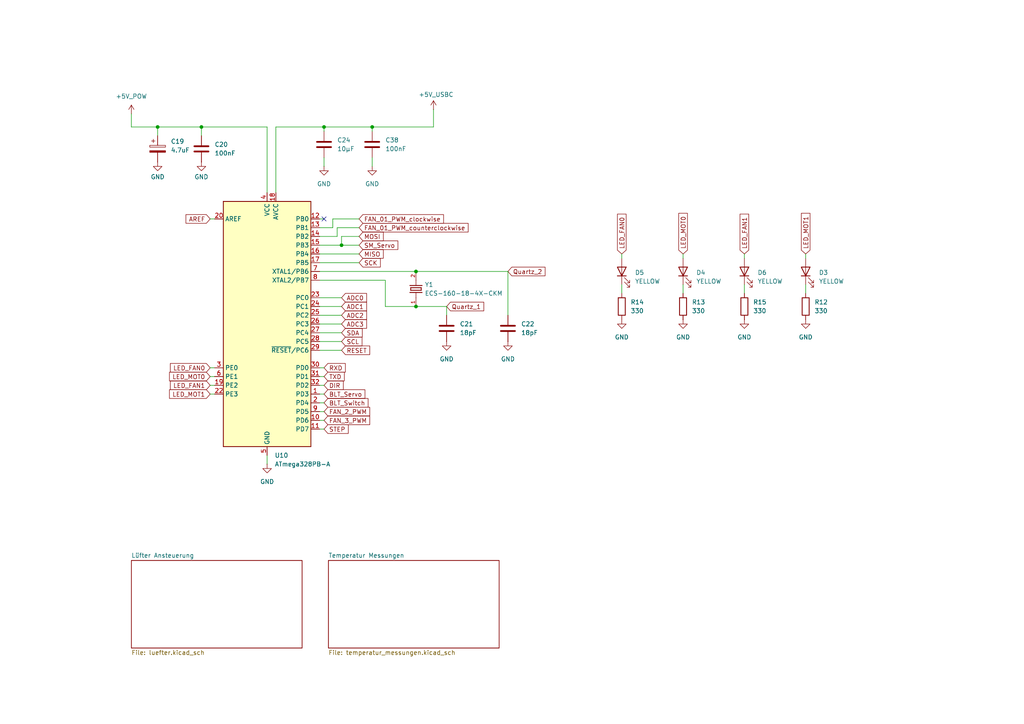
<source format=kicad_sch>
(kicad_sch (version 20231120) (generator "eeschema") (generator_version "8.0")
  (paper "A4")
  (lib_symbols
    (symbol "Device:C" (pin_numbers hide) (pin_names (offset 0.254))
      (property "Reference" "C" (at 0.635 2.54 0))
      (property "Value" "C" (at 0.635 -2.54 0))
      (symbol "C_0_1"
        (polyline (pts (xy -2.032 -0.762) (xy 2.032 -0.762)) (stroke (width 0.508)))
        (polyline (pts (xy -2.032 0.762) (xy 2.032 0.762)) (stroke (width 0.508)))
      )
      (symbol "C_1_1"
        (pin passive line (at 0 3.81 270) (length 2.794) (name "~") (number "1"))
        (pin passive line (at 0 -3.81 90) (length 2.794) (name "~") (number "2"))
      )
    )
    (symbol "Device:C_Polarized" (pin_numbers hide) (pin_names (offset 0.254))
      (property "Reference" "C" (at 0.635 2.54 0))
      (property "Value" "C_Polarized" (at 0.635 -2.54 0))
      (symbol "C_Polarized_0_1"
        (rectangle (start -2.286 0.508) (end 2.286 1.016))
        (polyline (pts (xy -1.778 2.286) (xy -0.762 2.286)))
        (polyline (pts (xy -1.27 2.794) (xy -1.27 1.778)))
        (rectangle (start 2.286 -0.508) (end -2.286 -1.016) (fill (type outline)))
      )
      (symbol "C_Polarized_1_1"
        (pin passive line (at 0 3.81 270) (length 2.794) (name "~") (number "1"))
        (pin passive line (at 0 -3.81 90) (length 2.794) (name "~") (number "2"))
      )
    )
    (symbol "Device:LED" (pin_numbers hide) (pin_names (offset 1.016) hide)
      (property "Reference" "D" (at 0 2.54 0))
      (property "Value" "LED" (at 0 -2.54 0))
      (symbol "LED_0_1"
        (polyline (pts (xy -1.27 -1.27) (xy -1.27 1.27)) (stroke (width 0.254)))
        (polyline (pts (xy -1.27 0) (xy 1.27 0)))
        (polyline (pts (xy 1.27 -1.27) (xy 1.27 1.27) (xy -1.27 0) (xy 1.27 -1.27)) (stroke (width 0.254)))
        (polyline (pts (xy -3.048 -0.762) (xy -4.572 -2.286) (xy -3.81 -2.286) (xy -4.572 -2.286) (xy -4.572 -1.524)))
        (polyline (pts (xy -1.778 -0.762) (xy -3.302 -2.286) (xy -2.54 -2.286) (xy -3.302 -2.286) (xy -3.302 -1.524)))
      )
      (symbol "LED_1_1"
        (pin passive line (at -3.81 0 0) (length 2.54) (name "K") (number "1"))
        (pin passive line (at 3.81 0 180) (length 2.54) (name "A") (number "2"))
      )
    )
    (symbol "Device:R" (pin_numbers hide) (pin_names (offset 0))
      (property "Reference" "R" (at 2.032 0 90))
      (property "Value" "R" (at 0 0 90))
      (symbol "R_0_1"
        (rectangle (start -1.016 -2.54) (end 1.016 2.54) (stroke (width 0.254)))
      )
      (symbol "R_1_1"
        (pin passive line (at 0 3.81 270) (length 1.27) (name "~") (number "1"))
        (pin passive line (at 0 -3.81 90) (length 1.27) (name "~") (number "2"))
      )
    )
    (symbol "MCU_Microchip_ATmega:ATmega328PB-A"
      (property "Reference" "U" (at -12.7 36.83 0))
      (property "Value" "ATmega328PB-A" (at 2.54 -36.83 0))
      (symbol "ATmega328PB-A_0_1"
        (rectangle (start -12.7 -35.56) (end 12.7 35.56) (stroke (width 0.254)) (fill (type background)))
      )
      (symbol "ATmega328PB-A_1_1"
        (pin bidirectional line (at 15.24 -20.32 180) (length 2.54) (name "PD3") (number "1"))
        (pin bidirectional line (at 15.24 -27.94 180) (length 2.54) (name "PD6") (number "10"))
        (pin bidirectional line (at 15.24 -30.48 180) (length 2.54) (name "PD7") (number "11"))
        (pin bidirectional line (at 15.24 30.48 180) (length 2.54) (name "PB0") (number "12"))
        (pin bidirectional line (at 15.24 27.94 180) (length 2.54) (name "PB1") (number "13"))
        (pin bidirectional line (at 15.24 25.4 180) (length 2.54) (name "PB2") (number "14"))
        (pin bidirectional line (at 15.24 22.86 180) (length 2.54) (name "PB3") (number "15"))
        (pin bidirectional line (at 15.24 20.32 180) (length 2.54) (name "PB4") (number "16"))
        (pin bidirectional line (at 15.24 17.78 180) (length 2.54) (name "PB5") (number "17"))
        (pin power_in line (at 2.54 38.1 270) (length 2.54) (name "AVCC") (number "18"))
        (pin bidirectional line (at -15.24 -17.78 0) (length 2.54) (name "PE2") (number "19"))
        (pin bidirectional line (at 15.24 -22.86 180) (length 2.54) (name "PD4") (number "2"))
        (pin passive line (at -15.24 30.48 0) (length 2.54) (name "AREF") (number "20"))
        (pin passive line (at 0 -38.1 90) (length 2.54) hide (name "GND") (number "21"))
        (pin bidirectional line (at -15.24 -20.32 0) (length 2.54) (name "PE3") (number "22"))
        (pin bidirectional line (at 15.24 7.62 180) (length 2.54) (name "PC0") (number "23"))
        (pin bidirectional line (at 15.24 5.08 180) (length 2.54) (name "PC1") (number "24"))
        (pin bidirectional line (at 15.24 2.54 180) (length 2.54) (name "PC2") (number "25"))
        (pin bidirectional line (at 15.24 0 180) (length 2.54) (name "PC3") (number "26"))
        (pin bidirectional line (at 15.24 -2.54 180) (length 2.54) (name "PC4") (number "27"))
        (pin bidirectional line (at 15.24 -5.08 180) (length 2.54) (name "PC5") (number "28"))
        (pin bidirectional line (at 15.24 -7.62 180) (length 2.54) (name "~{RESET}/PC6") (number "29"))
        (pin bidirectional line (at -15.24 -12.7 0) (length 2.54) (name "PE0") (number "3"))
        (pin bidirectional line (at 15.24 -12.7 180) (length 2.54) (name "PD0") (number "30"))
        (pin bidirectional line (at 15.24 -15.24 180) (length 2.54) (name "PD1") (number "31"))
        (pin bidirectional line (at 15.24 -17.78 180) (length 2.54) (name "PD2") (number "32"))
        (pin power_in line (at 0 38.1 270) (length 2.54) (name "VCC") (number "4"))
        (pin power_in line (at 0 -38.1 90) (length 2.54) (name "GND") (number "5"))
        (pin bidirectional line (at -15.24 -15.24 0) (length 2.54) (name "PE1") (number "6"))
        (pin bidirectional line (at 15.24 15.24 180) (length 2.54) (name "XTAL1/PB6") (number "7"))
        (pin bidirectional line (at 15.24 12.7 180) (length 2.54) (name "XTAL2/PB7") (number "8"))
        (pin bidirectional line (at 15.24 -25.4 180) (length 2.54) (name "PD5") (number "9"))
      )
    )
    (symbol "New_Library:ECS-160-18-4X-CKM" (pin_names (offset 1.016))
      (property "Reference" "Y" (at -4.5769 2.2885 0))
      (property "Value" "ECS-160-18-4X-CKM" (at -9.906 -4.826 0))
      (symbol "ECS-160-18-4X-CKM_0_0"
        (polyline (pts (xy -2.54 0) (xy -1.016 0)) (stroke (width 0.1524)))
        (polyline (pts (xy -1.016 1.778) (xy -1.016 -1.778)) (stroke (width 0.254)))
        (polyline (pts (xy -0.381 -1.524) (xy 0.381 -1.524)) (stroke (width 0.254)))
        (polyline (pts (xy -0.381 1.524) (xy -0.381 -1.524)) (stroke (width 0.254)))
        (polyline (pts (xy 0.381 -1.524) (xy 0.381 1.524)) (stroke (width 0.254)))
        (polyline (pts (xy 0.381 1.524) (xy -0.381 1.524)) (stroke (width 0.254)))
        (polyline (pts (xy 1.016 0) (xy 2.54 0)) (stroke (width 0.1524)))
        (polyline (pts (xy 1.016 1.778) (xy 1.016 -1.778)) (stroke (width 0.254)))
        (pin passive line (at -5.08 0 0) (length 2.54) (name "~") (number "1"))
        (pin passive line (at 5.08 0 180) (length 2.54) (name "~") (number "2"))
      )
    )
    (symbol "power:+5C" (power) (pin_numbers hide) (pin_names (offset 0) hide)
      (property "Value" "+5C" (at 0 3.556 0))
      (symbol "+5C_0_1"
        (polyline (pts (xy -0.762 1.27) (xy 0 2.54)))
        (polyline (pts (xy 0 0) (xy 0 2.54)))
        (polyline (pts (xy 0 2.54) (xy 0.762 1.27)))
      )
      (symbol "+5C_1_1"
        (pin power_in line (at 0 0 90) (length 0) (name "~") (number "1"))
      )
    )
    (symbol "power:+5VP" (power) (pin_numbers hide) (pin_names (offset 0) hide)
      (property "Value" "+5VP" (at 0 3.556 0))
      (symbol "+5VP_0_1"
        (polyline (pts (xy -0.762 1.27) (xy 0 2.54)))
        (polyline (pts (xy 0 0) (xy 0 2.54)))
        (polyline (pts (xy 0 2.54) (xy 0.762 1.27)))
      )
      (symbol "+5VP_1_1"
        (pin power_in line (at 0 0 90) (length 0) (name "~") (number "1"))
      )
    )
    (symbol "power:GND" (power) (pin_numbers hide) (pin_names (offset 0) hide)
      (property "Value" "GND" (at 0 -3.81 0))
      (symbol "GND_0_1"
        (polyline (pts (xy 0 0) (xy 0 -1.27) (xy 1.27 -1.27) (xy 0 -2.54) (xy -1.27 -1.27) (xy 0 -1.27)))
      )
      (symbol "GND_1_1"
        (pin power_in line (at 0 0 270) (length 0) (name "~") (number "1"))
      )
    )
  )
  (junction (at 58.42 36.83))
  (junction (at 120.65 78.74))
  (junction (at 99.06 71.12))
  (junction (at 93.98 36.83))
  (junction (at 120.65 88.9))
  (junction (at 107.95 36.83))
  (junction (at 45.72 36.83))
  (no_connect (at 93.98 63.5))
  (wire (pts (xy 93.98 119.38) (xy 92.71 119.38)))
  (wire (pts (xy 215.9 82.55) (xy 215.9 85.09)))
  (wire (pts (xy 96.52 66.04) (xy 92.71 66.04)))
  (wire (pts (xy 92.71 73.66) (xy 104.14 73.66)))
  (wire (pts (xy 92.71 88.9) (xy 99.06 88.9)))
  (wire (pts (xy 58.42 36.83) (xy 77.47 36.83)))
  (wire (pts (xy 60.96 114.3) (xy 62.23 114.3)))
  (wire (pts (xy 93.98 114.3) (xy 92.71 114.3)))
  (wire (pts (xy 38.1 33.02) (xy 38.1 36.83)))
  (wire (pts (xy 93.98 121.92) (xy 92.71 121.92)))
  (wire (pts (xy 198.12 74.93) (xy 198.12 73.66)))
  (wire (pts (xy 93.98 116.84) (xy 92.71 116.84)))
  (wire (pts (xy 104.14 66.04) (xy 97.79 66.04)))
  (wire (pts (xy 92.71 96.52) (xy 99.06 96.52)))
  (wire (pts (xy 233.68 74.93) (xy 233.68 73.66)))
  (wire (pts (xy 125.73 36.83) (xy 125.73 31.75)))
  (wire (pts (xy 93.98 106.68) (xy 92.71 106.68)))
  (wire (pts (xy 60.96 63.5) (xy 62.23 63.5)))
  (wire (pts (xy 104.14 63.5) (xy 96.52 63.5)))
  (wire (pts (xy 93.98 36.83) (xy 80.01 36.83)))
  (wire (pts (xy 233.68 82.55) (xy 233.68 85.09)))
  (wire (pts (xy 92.71 81.28) (xy 111.76 81.28)))
  (wire (pts (xy 92.71 78.74) (xy 120.65 78.74)))
  (wire (pts (xy 129.54 91.44) (xy 129.54 88.9)))
  (wire (pts (xy 93.98 109.22) (xy 92.71 109.22)))
  (wire (pts (xy 125.73 36.83) (xy 107.95 36.83)))
  (wire (pts (xy 96.52 63.5) (xy 96.52 66.04)))
  (wire (pts (xy 147.32 91.44) (xy 147.32 78.74)))
  (wire (pts (xy 45.72 36.83) (xy 45.72 39.37)))
  (wire (pts (xy 147.32 78.74) (xy 120.65 78.74)))
  (wire (pts (xy 93.98 63.5) (xy 92.71 63.5)))
  (wire (pts (xy 60.96 106.68) (xy 62.23 106.68)))
  (wire (pts (xy 97.79 68.58) (xy 92.71 68.58)))
  (wire (pts (xy 129.54 88.9) (xy 120.65 88.9)))
  (wire (pts (xy 77.47 132.08) (xy 77.47 134.62)))
  (wire (pts (xy 93.98 38.1) (xy 93.98 36.83)))
  (wire (pts (xy 111.76 81.28) (xy 111.76 88.9)))
  (wire (pts (xy 180.34 82.55) (xy 180.34 85.09)))
  (wire (pts (xy 80.01 36.83) (xy 80.01 55.88)))
  (wire (pts (xy 198.12 82.55) (xy 198.12 85.09)))
  (wire (pts (xy 58.42 36.83) (xy 58.42 39.37)))
  (wire (pts (xy 60.96 111.76) (xy 62.23 111.76)))
  (wire (pts (xy 111.76 88.9) (xy 120.65 88.9)))
  (wire (pts (xy 107.95 45.72) (xy 107.95 48.26)))
  (wire (pts (xy 92.71 93.98) (xy 99.06 93.98)))
  (wire (pts (xy 92.71 86.36) (xy 99.06 86.36)))
  (wire (pts (xy 92.71 91.44) (xy 99.06 91.44)))
  (wire (pts (xy 99.06 68.58) (xy 99.06 71.12)))
  (wire (pts (xy 45.72 36.83) (xy 58.42 36.83)))
  (wire (pts (xy 215.9 74.93) (xy 215.9 73.66)))
  (wire (pts (xy 93.98 111.76) (xy 92.71 111.76)))
  (wire (pts (xy 180.34 74.93) (xy 180.34 73.66)))
  (wire (pts (xy 60.96 109.22) (xy 62.23 109.22)))
  (wire (pts (xy 92.71 76.2) (xy 104.14 76.2)))
  (wire (pts (xy 77.47 36.83) (xy 77.47 55.88)))
  (wire (pts (xy 104.14 68.58) (xy 99.06 68.58)))
  (wire (pts (xy 92.71 101.6) (xy 99.06 101.6)))
  (wire (pts (xy 99.06 71.12) (xy 104.14 71.12)))
  (wire (pts (xy 97.79 66.04) (xy 97.79 68.58)))
  (wire (pts (xy 107.95 38.1) (xy 107.95 36.83)))
  (wire (pts (xy 93.98 124.46) (xy 92.71 124.46)))
  (wire (pts (xy 92.71 99.06) (xy 99.06 99.06)))
  (wire (pts (xy 38.1 36.83) (xy 45.72 36.83)))
  (wire (pts (xy 92.71 71.12) (xy 99.06 71.12)))
  (wire (pts (xy 107.95 36.83) (xy 93.98 36.83)))
  (wire (pts (xy 93.98 45.72) (xy 93.98 48.26)))
  (global_label "RESET" (shape input) (at 99.06 101.6 0) (property "Intersheetrefs" "${INTERSHEET_REFS}" (effects (hide yes))))
  (global_label "LED_FAN1" (shape input) (at 60.96 111.76 180) (property "Intersheetrefs" "${INTERSHEET_REFS}" (effects (hide yes))))
  (global_label "FAN_01_PWM_counterclockwise" (shape input) (at 104.14 66.04 0) (property "Intersheetrefs" "${INTERSHEET_REFS}" (effects (hide yes))))
  (global_label "LED_MOT0" (shape input) (at 60.96 109.22 180) (property "Intersheetrefs" "${INTERSHEET_REFS}" (effects (hide yes))))
  (global_label "LED_MOT1" (shape input) (at 233.68 73.66 90) (property "Intersheetrefs" "${INTERSHEET_REFS}" (effects (hide yes))))
  (global_label "ADC1" (shape input) (at 99.06 88.9 0) (property "Intersheetrefs" "${INTERSHEET_REFS}" (effects (hide yes))))
  (global_label "BLT_Switch" (shape input) (at 93.98 116.84 0) (property "Intersheetrefs" "${INTERSHEET_REFS}" (effects (hide yes))))
  (global_label "MISO" (shape input) (at 104.14 73.66 0) (property "Intersheetrefs" "${INTERSHEET_REFS}" (effects (hide yes))))
  (global_label "FAN_3_PWM" (shape input) (at 93.98 121.92 0) (property "Intersheetrefs" "${INTERSHEET_REFS}" (effects (hide yes))))
  (global_label "LED_FAN1" (shape input) (at 215.9 73.66 90) (property "Intersheetrefs" "${INTERSHEET_REFS}" (effects (hide yes))))
  (global_label "LED_FAN0" (shape input) (at 180.34 73.66 90) (property "Intersheetrefs" "${INTERSHEET_REFS}" (effects (hide yes))))
  (global_label "ADC3" (shape input) (at 99.06 93.98 0) (property "Intersheetrefs" "${INTERSHEET_REFS}" (effects (hide yes))))
  (global_label "ADC2" (shape input) (at 99.06 91.44 0) (property "Intersheetrefs" "${INTERSHEET_REFS}" (effects (hide yes))))
  (global_label "LED_FAN0" (shape input) (at 60.96 106.68 180) (property "Intersheetrefs" "${INTERSHEET_REFS}" (effects (hide yes))))
  (global_label "SDA" (shape input) (at 99.06 96.52 0) (property "Intersheetrefs" "${INTERSHEET_REFS}" (effects (hide yes))))
  (global_label "MOSI" (shape input) (at 104.14 68.58 0) (property "Intersheetrefs" "${INTERSHEET_REFS}" (effects (hide yes))))
  (global_label "FAN_01_PWM_clockwise" (shape input) (at 104.14 63.5 0) (property "Intersheetrefs" "${INTERSHEET_REFS}" (effects (hide yes))))
  (global_label "RXD" (shape input) (at 93.98 106.68 0) (property "Intersheetrefs" "${INTERSHEET_REFS}" (effects (hide yes))))
  (global_label "LED_MOT0" (shape input) (at 198.12 73.66 90) (property "Intersheetrefs" "${INTERSHEET_REFS}" (effects (hide yes))))
  (global_label "AREF" (shape input) (at 60.96 63.5 180) (property "Intersheetrefs" "${INTERSHEET_REFS}" (effects (hide yes))))
  (global_label "ADC0" (shape input) (at 99.06 86.36 0) (property "Intersheetrefs" "${INTERSHEET_REFS}" (effects (hide yes))))
  (global_label "SCL" (shape input) (at 99.06 99.06 0) (property "Intersheetrefs" "${INTERSHEET_REFS}" (effects (hide yes))))
  (global_label "TXD" (shape input) (at 93.98 109.22 0) (property "Intersheetrefs" "${INTERSHEET_REFS}" (effects (hide yes))))
  (global_label "DIR" (shape input) (at 93.98 111.76 0) (property "Intersheetrefs" "${INTERSHEET_REFS}" (effects (hide yes))))
  (global_label "LED_MOT1" (shape input) (at 60.96 114.3 180) (property "Intersheetrefs" "${INTERSHEET_REFS}" (effects (hide yes))))
  (global_label "Quartz_1" (shape input) (at 129.54 88.9 0) (property "Intersheetrefs" "${INTERSHEET_REFS}" (effects (hide yes))))
  (global_label "SM_Servo" (shape input) (at 104.14 71.12 0) (property "Intersheetrefs" "${INTERSHEET_REFS}" (effects (hide yes))))
  (global_label "SCK" (shape input) (at 104.14 76.2 0) (property "Intersheetrefs" "${INTERSHEET_REFS}" (effects (hide yes))))
  (global_label "STEP" (shape input) (at 93.98 124.46 0) (property "Intersheetrefs" "${INTERSHEET_REFS}" (effects (hide yes))))
  (global_label "BLT_Servo" (shape input) (at 93.98 114.3 0) (property "Intersheetrefs" "${INTERSHEET_REFS}" (effects (hide yes))))
  (global_label "Quartz_2" (shape input) (at 147.32 78.74 0) (property "Intersheetrefs" "${INTERSHEET_REFS}" (effects (hide yes))))
  (global_label "FAN_2_PWM" (shape input) (at 93.98 119.38 0) (property "Intersheetrefs" "${INTERSHEET_REFS}" (effects (hide yes))))
  (symbol (lib_id "Device:R") (at 180.34 88.9 0) (unit 1)
    (property "Reference" "R14" (at 182.88 87.6299 0) (effects (justify left)))
    (property "Value" "330" (at 182.88 90.1699 0) (effects (justify left)))
    (property "Footprint" "Resistor_SMD:R_0402_1005Metric" (effects (hide yes)))
    (property "Description" "Resistor" (effects (hide yes)))
  )
  (symbol (lib_id "power:+5C") (at 125.73 31.75 0) (unit 1)
    (property "Reference" "#PWR087" (effects (hide yes)))
    (property "Value" "+5V_USBC" (at 121.412 27.432 0) (effects (justify left)))
    (property "Description" "Power symbol creates a global label with name \"+5C\"" (effects (hide yes)))
  )
  (symbol (lib_id "Device:C_Polarized") (at 45.72 43.18 0) (unit 1)
    (property "Reference" "C19" (at 49.53 41.0209 0) (effects (justify left)))
    (property "Value" "4.7uF" (at 49.53 43.5609 0) (effects (justify left)))
    (property "Footprint" "Capacitor_SMD:C_0805_2012Metric_Pad1.18x1.45mm_HandSolder" (effects (hide yes)))
    (property "Description" "Polarized capacitor" (effects (hide yes)))
  )
  (symbol (lib_id "Device:R") (at 215.9 88.9 0) (unit 1)
    (property "Reference" "R15" (at 218.44 87.6299 0) (effects (justify left)))
    (property "Value" "330" (at 218.44 90.1699 0) (effects (justify left)))
    (property "Footprint" "Resistor_SMD:R_0402_1005Metric" (effects (hide yes)))
    (property "Description" "Resistor" (effects (hide yes)))
  )
  (symbol (lib_id "Device:R") (at 233.68 88.9 0) (unit 1)
    (property "Reference" "R12" (at 236.22 87.6299 0) (effects (justify left)))
    (property "Value" "330" (at 236.22 90.1699 0) (effects (justify left)))
    (property "Footprint" "Resistor_SMD:R_0402_1005Metric" (effects (hide yes)))
    (property "Description" "Resistor" (effects (hide yes)))
  )
  (symbol (lib_id "power:GND") (at 147.32 99.06 0) (unit 1)
    (property "Reference" "#PWR043" (effects (hide yes)))
    (property "Value" "GND" (at 147.32 104.14 0))
    (property "Description" "Power symbol creates a global label with name \"GND\" , ground" (effects (hide yes)))
  )
  (symbol (lib_id "power:GND") (at 129.54 99.06 0) (unit 1)
    (property "Reference" "#PWR042" (effects (hide yes)))
    (property "Value" "GND" (at 129.54 104.14 0))
    (property "Description" "Power symbol creates a global label with name \"GND\" , ground" (effects (hide yes)))
  )
  (symbol (lib_id "Device:C") (at 129.54 95.25 0) (unit 1)
    (property "Reference" "C21" (at 133.35 93.9799 0) (effects (justify left)))
    (property "Value" "18pF" (at 133.35 96.5199 0) (effects (justify left)))
    (property "Footprint" "Capacitor_SMD:C_0402_1005Metric_Pad0.74x0.62mm_HandSolder" (effects (hide yes)))
    (property "Description" "Unpolarized capacitor" (effects (hide yes)))
  )
  (symbol (lib_id "Device:C") (at 93.98 41.91 0) (unit 1)
    (property "Reference" "C24" (at 97.79 40.6399 0) (effects (justify left)))
    (property "Value" "10µF" (at 97.79 43.1799 0) (effects (justify left)))
    (property "Footprint" "Capacitor_SMD:C_0805_2012Metric_Pad1.18x1.45mm_HandSolder" (effects (hide yes)))
    (property "Description" "Unpolarized capacitor" (effects (hide yes)))
  )
  (symbol (lib_id "power:GND") (at 77.47 134.62 0) (unit 1)
    (property "Reference" "#PWR044" (effects (hide yes)))
    (property "Value" "GND" (at 77.47 139.7 0))
    (property "Description" "Power symbol creates a global label with name \"GND\" , ground" (effects (hide yes)))
  )
  (symbol (lib_id "power:GND") (at 93.98 48.26 0) (unit 1)
    (property "Reference" "#PWR0105" (effects (hide yes)))
    (property "Value" "GND" (at 93.98 53.34 0))
    (property "Description" "Power symbol creates a global label with name \"GND\" , ground" (effects (hide yes)))
  )
  (symbol (lib_id "Device:C") (at 107.95 41.91 0) (unit 1)
    (property "Reference" "C38" (at 111.76 40.6399 0) (effects (justify left)))
    (property "Value" "100nF" (at 111.76 43.1799 0) (effects (justify left)))
    (property "Footprint" "Capacitor_SMD:C_0402_1005Metric_Pad0.74x0.62mm_HandSolder" (effects (hide yes)))
    (property "Description" "Unpolarized capacitor" (effects (hide yes)))
  )
  (symbol (lib_id "Device:LED") (at 233.68 78.74 90) (unit 1)
    (property "Reference" "D3" (at 237.49 79.0574 90) (effects (justify right)))
    (property "Value" "YELLOW" (at 237.49 81.5974 90) (effects (justify right)))
    (property "Footprint" "LED_SMD:LED_0805_2012Metric" (effects (hide yes)))
    (property "Description" "Light emitting diode" (effects (hide yes)))
  )
  (symbol (lib_id "Device:R") (at 198.12 88.9 0) (unit 1)
    (property "Reference" "R13" (at 200.66 87.6299 0) (effects (justify left)))
    (property "Value" "330" (at 200.66 90.1699 0) (effects (justify left)))
    (property "Footprint" "Resistor_SMD:R_0402_1005Metric" (effects (hide yes)))
    (property "Description" "Resistor" (effects (hide yes)))
  )
  (symbol (lib_id "Device:LED") (at 180.34 78.74 90) (unit 1)
    (property "Reference" "D5" (at 184.15 79.0574 90) (effects (justify right)))
    (property "Value" "YELLOW" (at 184.15 81.5974 90) (effects (justify right)))
    (property "Footprint" "LED_SMD:LED_0805_2012Metric" (effects (hide yes)))
    (property "Description" "Light emitting diode" (effects (hide yes)))
  )
  (symbol (lib_id "power:GND") (at 233.68 92.71 0) (unit 1)
    (property "Reference" "#PWR045" (effects (hide yes)))
    (property "Value" "GND" (at 233.68 97.79 0))
    (property "Description" "Power symbol creates a global label with name \"GND\" , ground" (effects (hide yes)))
  )
  (symbol (lib_id "New_Library:ECS-160-18-4X-CKM") (at 120.65 83.82 90) (unit 1)
    (property "Reference" "Y1" (at 123.19 82.5499 90) (effects (justify right)))
    (property "Value" "ECS-160-18-4X-CKM" (at 123.19 85.0899 90) (effects (justify right)))
    (property "Footprint" "Imported_Component_Footprints:XTAL_ECS-160-18-4X-CKM" (effects (hide yes)))
  )
  (symbol (lib_id "power:+5VP") (at 38.1 33.02 0) (unit 1)
    (property "Reference" "#PWR037" (effects (hide yes)))
    (property "Value" "+5V_POW" (at 38.1 27.94 0))
    (property "Description" "Power symbol creates a global label with name \"+5VP\"" (effects (hide yes)))
  )
  (symbol (lib_id "power:GND") (at 58.42 46.99 0) (unit 1)
    (property "Reference" "#PWR039" (effects (hide yes)))
    (property "Value" "GND" (at 58.42 51.308 0))
    (property "Description" "Power symbol creates a global label with name \"GND\" , ground" (effects (hide yes)))
  )
  (symbol (lib_id "power:GND") (at 180.34 92.71 0) (unit 1)
    (property "Reference" "#PWR053" (effects (hide yes)))
    (property "Value" "GND" (at 180.34 97.79 0))
    (property "Description" "Power symbol creates a global label with name \"GND\" , ground" (effects (hide yes)))
  )
  (symbol (lib_id "MCU_Microchip_ATmega:ATmega328PB-A") (at 77.47 93.98 0) (unit 1)
    (property "Reference" "U10" (at 79.6641 132.08 0) (effects (justify left)))
    (property "Value" "ATmega328PB-A" (at 79.6641 134.62 0) (effects (justify left)))
    (property "Footprint" "Package_QFP:TQFP-32_7x7mm_P0.8mm" (effects (hide yes)))
    (property "Datasheet" "http://ww1.microchip.com/downloads/en/DeviceDoc/40001906C.pdf" (effects (hide yes)))
    (property "Description" "20MHz, 32kB Flash, 2kB SRAM, 1kB EEPROM, TQFP-32" (effects (hide yes)))
  )
  (symbol (lib_id "power:GND") (at 45.72 46.99 0) (unit 1)
    (property "Reference" "#PWR038" (effects (hide yes)))
    (property "Value" "GND" (at 45.72 51.308 0))
    (property "Description" "Power symbol creates a global label with name \"GND\" , ground" (effects (hide yes)))
  )
  (symbol (lib_id "power:GND") (at 198.12 92.71 0) (unit 1)
    (property "Reference" "#PWR047" (effects (hide yes)))
    (property "Value" "GND" (at 198.12 97.79 0))
    (property "Description" "Power symbol creates a global label with name \"GND\" , ground" (effects (hide yes)))
  )
  (symbol (lib_id "power:GND") (at 107.95 48.26 0) (unit 1)
    (property "Reference" "#PWR0106" (effects (hide yes)))
    (property "Value" "GND" (at 107.95 53.34 0))
    (property "Description" "Power symbol creates a global label with name \"GND\" , ground" (effects (hide yes)))
  )
  (symbol (lib_id "power:GND") (at 215.9 92.71 0) (unit 1)
    (property "Reference" "#PWR048" (effects (hide yes)))
    (property "Value" "GND" (at 215.9 97.79 0))
    (property "Description" "Power symbol creates a global label with name \"GND\" , ground" (effects (hide yes)))
  )
  (symbol (lib_id "Device:C") (at 58.42 43.18 0) (unit 1)
    (property "Reference" "C20" (at 62.23 41.9099 0) (effects (justify left)))
    (property "Value" "100nF" (at 62.23 44.4499 0) (effects (justify left)))
    (property "Footprint" "Capacitor_SMD:C_0402_1005Metric_Pad0.74x0.62mm_HandSolder" (effects (hide yes)))
    (property "Description" "Unpolarized capacitor" (effects (hide yes)))
  )
  (symbol (lib_id "Device:LED") (at 198.12 78.74 90) (unit 1)
    (property "Reference" "D4" (at 201.93 79.0574 90) (effects (justify right)))
    (property "Value" "YELLOW" (at 201.93 81.5974 90) (effects (justify right)))
    (property "Footprint" "LED_SMD:LED_0805_2012Metric" (effects (hide yes)))
    (property "Description" "Light emitting diode" (effects (hide yes)))
  )
  (symbol (lib_id "Device:LED") (at 215.9 78.74 90) (unit 1)
    (property "Reference" "D6" (at 219.71 79.0574 90) (effects (justify right)))
    (property "Value" "YELLOW" (at 219.71 81.5974 90) (effects (justify right)))
    (property "Footprint" "LED_SMD:LED_0805_2012Metric" (effects (hide yes)))
    (property "Description" "Light emitting diode" (effects (hide yes)))
  )
  (symbol (lib_id "Device:C") (at 147.32 95.25 0) (unit 1)
    (property "Reference" "C22" (at 151.13 93.9799 0) (effects (justify left)))
    (property "Value" "18pF" (at 151.13 96.5199 0) (effects (justify left)))
    (property "Footprint" "Capacitor_SMD:C_0402_1005Metric_Pad0.74x0.62mm_HandSolder" (effects (hide yes)))
    (property "Description" "Unpolarized capacitor" (effects (hide yes)))
  )
  (sheet (at 95.25 162.56) (size 49.53 25.4) (stroke (width 0.1524))
    (property "Sheetname" "Temperatur Messungen" (at 95.25 161.8484 0) (effects (justify left bottom)))
    (property "Sheetfile" "temperatur_messungen.kicad_sch" (at 95.25 188.5446 0) (effects (justify left top)))
  )
  (sheet (at 38.1 162.56) (size 49.53 25.4) (stroke (width 0.1524))
    (property "Sheetname" "Lüfter Ansteuerung" (at 38.1 161.8484 0) (effects (justify left bottom)))
    (property "Sheetfile" "luefter.kicad_sch" (at 38.1 188.5446 0) (effects (justify left top)))
  )
)
</source>
